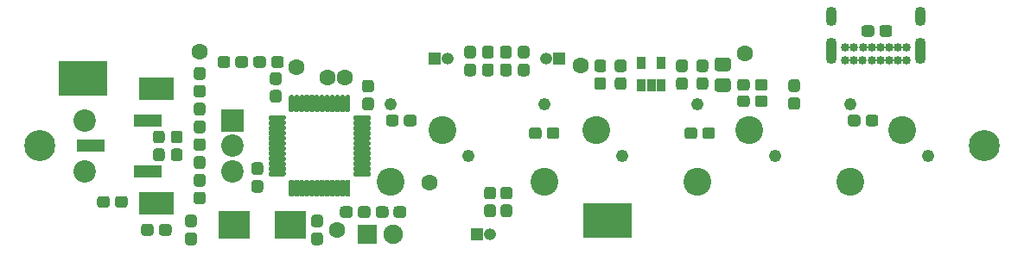
<source format=gbr>
%TF.GenerationSoftware,KiCad,Pcbnew,(5.1.6)-1*%
%TF.CreationDate,2021-06-16T19:52:11-04:00*%
%TF.ProjectId,QAZ_media,51415a5f-6d65-4646-9961-2e6b69636164,rev?*%
%TF.SameCoordinates,Original*%
%TF.FileFunction,Soldermask,Top*%
%TF.FilePolarity,Negative*%
%FSLAX46Y46*%
G04 Gerber Fmt 4.6, Leading zero omitted, Abs format (unit mm)*
G04 Created by KiCad (PCBNEW (5.1.6)-1) date 2021-06-16 19:52:11*
%MOMM*%
%LPD*%
G01*
G04 APERTURE LIST*
%ADD10C,3.044800*%
%ADD11C,2.740000*%
%ADD12C,1.216000*%
%ADD13O,1.900000X1.900000*%
%ADD14R,1.900000X1.900000*%
%ADD15C,1.600000*%
%ADD16R,3.100000X2.800000*%
%ADD17R,0.850000X1.260000*%
%ADD18R,4.800000X3.500000*%
%ADD19C,2.200000*%
%ADD20R,3.400000X2.200000*%
%ADD21R,2.200000X2.200000*%
%ADD22R,2.700000X1.200000*%
%ADD23O,1.200000X1.200000*%
%ADD24R,1.200000X1.200000*%
%ADD25C,0.850000*%
%ADD26O,1.100000X2.600000*%
%ADD27O,1.100000X1.900000*%
G04 APERTURE END LIST*
D10*
%TO.C,H2*%
X80100000Y-102500000D03*
%TD*%
%TO.C,H1*%
X172600000Y-102500000D03*
%TD*%
D11*
%TO.C,SW5*%
X129500000Y-106000000D03*
D12*
X129500000Y-98380000D03*
D11*
X134580000Y-100920000D03*
D12*
X137120000Y-103460000D03*
%TD*%
D13*
%TO.C,D4*%
X114740000Y-111200000D03*
D14*
X112200000Y-111200000D03*
%TD*%
D15*
%TO.C,TP10*%
X95750000Y-93250000D03*
%TD*%
%TO.C,SB2*%
G36*
G01*
X134712500Y-95750000D02*
X135287500Y-95750000D01*
G75*
G02*
X135575000Y-96037500I0J-287500D01*
G01*
X135575000Y-96712500D01*
G75*
G02*
X135287500Y-97000000I-287500J0D01*
G01*
X134712500Y-97000000D01*
G75*
G02*
X134425000Y-96712500I0J287500D01*
G01*
X134425000Y-96037500D01*
G75*
G02*
X134712500Y-95750000I287500J0D01*
G01*
G37*
G36*
G01*
X134712500Y-94000000D02*
X135287500Y-94000000D01*
G75*
G02*
X135575000Y-94287500I0J-287500D01*
G01*
X135575000Y-94962500D01*
G75*
G02*
X135287500Y-95250000I-287500J0D01*
G01*
X134712500Y-95250000D01*
G75*
G02*
X134425000Y-94962500I0J287500D01*
G01*
X134425000Y-94287500D01*
G75*
G02*
X134712500Y-94000000I287500J0D01*
G01*
G37*
%TD*%
D16*
%TO.C,Y1*%
X99100000Y-110250000D03*
X104600000Y-110250000D03*
%TD*%
%TO.C,U2*%
G36*
G01*
X104875000Y-107500000D02*
X104625000Y-107500000D01*
G75*
G02*
X104500000Y-107375000I0J125000D01*
G01*
X104500000Y-105950000D01*
G75*
G02*
X104625000Y-105825000I125000J0D01*
G01*
X104875000Y-105825000D01*
G75*
G02*
X105000000Y-105950000I0J-125000D01*
G01*
X105000000Y-107375000D01*
G75*
G02*
X104875000Y-107500000I-125000J0D01*
G01*
G37*
G36*
G01*
X105375000Y-107500000D02*
X105125000Y-107500000D01*
G75*
G02*
X105000000Y-107375000I0J125000D01*
G01*
X105000000Y-105950000D01*
G75*
G02*
X105125000Y-105825000I125000J0D01*
G01*
X105375000Y-105825000D01*
G75*
G02*
X105500000Y-105950000I0J-125000D01*
G01*
X105500000Y-107375000D01*
G75*
G02*
X105375000Y-107500000I-125000J0D01*
G01*
G37*
G36*
G01*
X105875000Y-107500000D02*
X105625000Y-107500000D01*
G75*
G02*
X105500000Y-107375000I0J125000D01*
G01*
X105500000Y-105950000D01*
G75*
G02*
X105625000Y-105825000I125000J0D01*
G01*
X105875000Y-105825000D01*
G75*
G02*
X106000000Y-105950000I0J-125000D01*
G01*
X106000000Y-107375000D01*
G75*
G02*
X105875000Y-107500000I-125000J0D01*
G01*
G37*
G36*
G01*
X106375000Y-107500000D02*
X106125000Y-107500000D01*
G75*
G02*
X106000000Y-107375000I0J125000D01*
G01*
X106000000Y-105950000D01*
G75*
G02*
X106125000Y-105825000I125000J0D01*
G01*
X106375000Y-105825000D01*
G75*
G02*
X106500000Y-105950000I0J-125000D01*
G01*
X106500000Y-107375000D01*
G75*
G02*
X106375000Y-107500000I-125000J0D01*
G01*
G37*
G36*
G01*
X106875000Y-107500000D02*
X106625000Y-107500000D01*
G75*
G02*
X106500000Y-107375000I0J125000D01*
G01*
X106500000Y-105950000D01*
G75*
G02*
X106625000Y-105825000I125000J0D01*
G01*
X106875000Y-105825000D01*
G75*
G02*
X107000000Y-105950000I0J-125000D01*
G01*
X107000000Y-107375000D01*
G75*
G02*
X106875000Y-107500000I-125000J0D01*
G01*
G37*
G36*
G01*
X107375000Y-107500000D02*
X107125000Y-107500000D01*
G75*
G02*
X107000000Y-107375000I0J125000D01*
G01*
X107000000Y-105950000D01*
G75*
G02*
X107125000Y-105825000I125000J0D01*
G01*
X107375000Y-105825000D01*
G75*
G02*
X107500000Y-105950000I0J-125000D01*
G01*
X107500000Y-107375000D01*
G75*
G02*
X107375000Y-107500000I-125000J0D01*
G01*
G37*
G36*
G01*
X107875000Y-107500000D02*
X107625000Y-107500000D01*
G75*
G02*
X107500000Y-107375000I0J125000D01*
G01*
X107500000Y-105950000D01*
G75*
G02*
X107625000Y-105825000I125000J0D01*
G01*
X107875000Y-105825000D01*
G75*
G02*
X108000000Y-105950000I0J-125000D01*
G01*
X108000000Y-107375000D01*
G75*
G02*
X107875000Y-107500000I-125000J0D01*
G01*
G37*
G36*
G01*
X108375000Y-107500000D02*
X108125000Y-107500000D01*
G75*
G02*
X108000000Y-107375000I0J125000D01*
G01*
X108000000Y-105950000D01*
G75*
G02*
X108125000Y-105825000I125000J0D01*
G01*
X108375000Y-105825000D01*
G75*
G02*
X108500000Y-105950000I0J-125000D01*
G01*
X108500000Y-107375000D01*
G75*
G02*
X108375000Y-107500000I-125000J0D01*
G01*
G37*
G36*
G01*
X108875000Y-107500000D02*
X108625000Y-107500000D01*
G75*
G02*
X108500000Y-107375000I0J125000D01*
G01*
X108500000Y-105950000D01*
G75*
G02*
X108625000Y-105825000I125000J0D01*
G01*
X108875000Y-105825000D01*
G75*
G02*
X109000000Y-105950000I0J-125000D01*
G01*
X109000000Y-107375000D01*
G75*
G02*
X108875000Y-107500000I-125000J0D01*
G01*
G37*
G36*
G01*
X109375000Y-107500000D02*
X109125000Y-107500000D01*
G75*
G02*
X109000000Y-107375000I0J125000D01*
G01*
X109000000Y-105950000D01*
G75*
G02*
X109125000Y-105825000I125000J0D01*
G01*
X109375000Y-105825000D01*
G75*
G02*
X109500000Y-105950000I0J-125000D01*
G01*
X109500000Y-107375000D01*
G75*
G02*
X109375000Y-107500000I-125000J0D01*
G01*
G37*
G36*
G01*
X109875000Y-107500000D02*
X109625000Y-107500000D01*
G75*
G02*
X109500000Y-107375000I0J125000D01*
G01*
X109500000Y-105950000D01*
G75*
G02*
X109625000Y-105825000I125000J0D01*
G01*
X109875000Y-105825000D01*
G75*
G02*
X110000000Y-105950000I0J-125000D01*
G01*
X110000000Y-107375000D01*
G75*
G02*
X109875000Y-107500000I-125000J0D01*
G01*
G37*
G36*
G01*
X110375000Y-107500000D02*
X110125000Y-107500000D01*
G75*
G02*
X110000000Y-107375000I0J125000D01*
G01*
X110000000Y-105950000D01*
G75*
G02*
X110125000Y-105825000I125000J0D01*
G01*
X110375000Y-105825000D01*
G75*
G02*
X110500000Y-105950000I0J-125000D01*
G01*
X110500000Y-107375000D01*
G75*
G02*
X110375000Y-107500000I-125000J0D01*
G01*
G37*
G36*
G01*
X112375000Y-105500000D02*
X110950000Y-105500000D01*
G75*
G02*
X110825000Y-105375000I0J125000D01*
G01*
X110825000Y-105125000D01*
G75*
G02*
X110950000Y-105000000I125000J0D01*
G01*
X112375000Y-105000000D01*
G75*
G02*
X112500000Y-105125000I0J-125000D01*
G01*
X112500000Y-105375000D01*
G75*
G02*
X112375000Y-105500000I-125000J0D01*
G01*
G37*
G36*
G01*
X112375000Y-105000000D02*
X110950000Y-105000000D01*
G75*
G02*
X110825000Y-104875000I0J125000D01*
G01*
X110825000Y-104625000D01*
G75*
G02*
X110950000Y-104500000I125000J0D01*
G01*
X112375000Y-104500000D01*
G75*
G02*
X112500000Y-104625000I0J-125000D01*
G01*
X112500000Y-104875000D01*
G75*
G02*
X112375000Y-105000000I-125000J0D01*
G01*
G37*
G36*
G01*
X112375000Y-104500000D02*
X110950000Y-104500000D01*
G75*
G02*
X110825000Y-104375000I0J125000D01*
G01*
X110825000Y-104125000D01*
G75*
G02*
X110950000Y-104000000I125000J0D01*
G01*
X112375000Y-104000000D01*
G75*
G02*
X112500000Y-104125000I0J-125000D01*
G01*
X112500000Y-104375000D01*
G75*
G02*
X112375000Y-104500000I-125000J0D01*
G01*
G37*
G36*
G01*
X112375000Y-104000000D02*
X110950000Y-104000000D01*
G75*
G02*
X110825000Y-103875000I0J125000D01*
G01*
X110825000Y-103625000D01*
G75*
G02*
X110950000Y-103500000I125000J0D01*
G01*
X112375000Y-103500000D01*
G75*
G02*
X112500000Y-103625000I0J-125000D01*
G01*
X112500000Y-103875000D01*
G75*
G02*
X112375000Y-104000000I-125000J0D01*
G01*
G37*
G36*
G01*
X112375000Y-103500000D02*
X110950000Y-103500000D01*
G75*
G02*
X110825000Y-103375000I0J125000D01*
G01*
X110825000Y-103125000D01*
G75*
G02*
X110950000Y-103000000I125000J0D01*
G01*
X112375000Y-103000000D01*
G75*
G02*
X112500000Y-103125000I0J-125000D01*
G01*
X112500000Y-103375000D01*
G75*
G02*
X112375000Y-103500000I-125000J0D01*
G01*
G37*
G36*
G01*
X112375000Y-103000000D02*
X110950000Y-103000000D01*
G75*
G02*
X110825000Y-102875000I0J125000D01*
G01*
X110825000Y-102625000D01*
G75*
G02*
X110950000Y-102500000I125000J0D01*
G01*
X112375000Y-102500000D01*
G75*
G02*
X112500000Y-102625000I0J-125000D01*
G01*
X112500000Y-102875000D01*
G75*
G02*
X112375000Y-103000000I-125000J0D01*
G01*
G37*
G36*
G01*
X112375000Y-102500000D02*
X110950000Y-102500000D01*
G75*
G02*
X110825000Y-102375000I0J125000D01*
G01*
X110825000Y-102125000D01*
G75*
G02*
X110950000Y-102000000I125000J0D01*
G01*
X112375000Y-102000000D01*
G75*
G02*
X112500000Y-102125000I0J-125000D01*
G01*
X112500000Y-102375000D01*
G75*
G02*
X112375000Y-102500000I-125000J0D01*
G01*
G37*
G36*
G01*
X112375000Y-102000000D02*
X110950000Y-102000000D01*
G75*
G02*
X110825000Y-101875000I0J125000D01*
G01*
X110825000Y-101625000D01*
G75*
G02*
X110950000Y-101500000I125000J0D01*
G01*
X112375000Y-101500000D01*
G75*
G02*
X112500000Y-101625000I0J-125000D01*
G01*
X112500000Y-101875000D01*
G75*
G02*
X112375000Y-102000000I-125000J0D01*
G01*
G37*
G36*
G01*
X112375000Y-101500000D02*
X110950000Y-101500000D01*
G75*
G02*
X110825000Y-101375000I0J125000D01*
G01*
X110825000Y-101125000D01*
G75*
G02*
X110950000Y-101000000I125000J0D01*
G01*
X112375000Y-101000000D01*
G75*
G02*
X112500000Y-101125000I0J-125000D01*
G01*
X112500000Y-101375000D01*
G75*
G02*
X112375000Y-101500000I-125000J0D01*
G01*
G37*
G36*
G01*
X112375000Y-101000000D02*
X110950000Y-101000000D01*
G75*
G02*
X110825000Y-100875000I0J125000D01*
G01*
X110825000Y-100625000D01*
G75*
G02*
X110950000Y-100500000I125000J0D01*
G01*
X112375000Y-100500000D01*
G75*
G02*
X112500000Y-100625000I0J-125000D01*
G01*
X112500000Y-100875000D01*
G75*
G02*
X112375000Y-101000000I-125000J0D01*
G01*
G37*
G36*
G01*
X112375000Y-100500000D02*
X110950000Y-100500000D01*
G75*
G02*
X110825000Y-100375000I0J125000D01*
G01*
X110825000Y-100125000D01*
G75*
G02*
X110950000Y-100000000I125000J0D01*
G01*
X112375000Y-100000000D01*
G75*
G02*
X112500000Y-100125000I0J-125000D01*
G01*
X112500000Y-100375000D01*
G75*
G02*
X112375000Y-100500000I-125000J0D01*
G01*
G37*
G36*
G01*
X112375000Y-100000000D02*
X110950000Y-100000000D01*
G75*
G02*
X110825000Y-99875000I0J125000D01*
G01*
X110825000Y-99625000D01*
G75*
G02*
X110950000Y-99500000I125000J0D01*
G01*
X112375000Y-99500000D01*
G75*
G02*
X112500000Y-99625000I0J-125000D01*
G01*
X112500000Y-99875000D01*
G75*
G02*
X112375000Y-100000000I-125000J0D01*
G01*
G37*
G36*
G01*
X110375000Y-99175000D02*
X110125000Y-99175000D01*
G75*
G02*
X110000000Y-99050000I0J125000D01*
G01*
X110000000Y-97625000D01*
G75*
G02*
X110125000Y-97500000I125000J0D01*
G01*
X110375000Y-97500000D01*
G75*
G02*
X110500000Y-97625000I0J-125000D01*
G01*
X110500000Y-99050000D01*
G75*
G02*
X110375000Y-99175000I-125000J0D01*
G01*
G37*
G36*
G01*
X109875000Y-99175000D02*
X109625000Y-99175000D01*
G75*
G02*
X109500000Y-99050000I0J125000D01*
G01*
X109500000Y-97625000D01*
G75*
G02*
X109625000Y-97500000I125000J0D01*
G01*
X109875000Y-97500000D01*
G75*
G02*
X110000000Y-97625000I0J-125000D01*
G01*
X110000000Y-99050000D01*
G75*
G02*
X109875000Y-99175000I-125000J0D01*
G01*
G37*
G36*
G01*
X109375000Y-99175000D02*
X109125000Y-99175000D01*
G75*
G02*
X109000000Y-99050000I0J125000D01*
G01*
X109000000Y-97625000D01*
G75*
G02*
X109125000Y-97500000I125000J0D01*
G01*
X109375000Y-97500000D01*
G75*
G02*
X109500000Y-97625000I0J-125000D01*
G01*
X109500000Y-99050000D01*
G75*
G02*
X109375000Y-99175000I-125000J0D01*
G01*
G37*
G36*
G01*
X108875000Y-99175000D02*
X108625000Y-99175000D01*
G75*
G02*
X108500000Y-99050000I0J125000D01*
G01*
X108500000Y-97625000D01*
G75*
G02*
X108625000Y-97500000I125000J0D01*
G01*
X108875000Y-97500000D01*
G75*
G02*
X109000000Y-97625000I0J-125000D01*
G01*
X109000000Y-99050000D01*
G75*
G02*
X108875000Y-99175000I-125000J0D01*
G01*
G37*
G36*
G01*
X108375000Y-99175000D02*
X108125000Y-99175000D01*
G75*
G02*
X108000000Y-99050000I0J125000D01*
G01*
X108000000Y-97625000D01*
G75*
G02*
X108125000Y-97500000I125000J0D01*
G01*
X108375000Y-97500000D01*
G75*
G02*
X108500000Y-97625000I0J-125000D01*
G01*
X108500000Y-99050000D01*
G75*
G02*
X108375000Y-99175000I-125000J0D01*
G01*
G37*
G36*
G01*
X107875000Y-99175000D02*
X107625000Y-99175000D01*
G75*
G02*
X107500000Y-99050000I0J125000D01*
G01*
X107500000Y-97625000D01*
G75*
G02*
X107625000Y-97500000I125000J0D01*
G01*
X107875000Y-97500000D01*
G75*
G02*
X108000000Y-97625000I0J-125000D01*
G01*
X108000000Y-99050000D01*
G75*
G02*
X107875000Y-99175000I-125000J0D01*
G01*
G37*
G36*
G01*
X107375000Y-99175000D02*
X107125000Y-99175000D01*
G75*
G02*
X107000000Y-99050000I0J125000D01*
G01*
X107000000Y-97625000D01*
G75*
G02*
X107125000Y-97500000I125000J0D01*
G01*
X107375000Y-97500000D01*
G75*
G02*
X107500000Y-97625000I0J-125000D01*
G01*
X107500000Y-99050000D01*
G75*
G02*
X107375000Y-99175000I-125000J0D01*
G01*
G37*
G36*
G01*
X106875000Y-99175000D02*
X106625000Y-99175000D01*
G75*
G02*
X106500000Y-99050000I0J125000D01*
G01*
X106500000Y-97625000D01*
G75*
G02*
X106625000Y-97500000I125000J0D01*
G01*
X106875000Y-97500000D01*
G75*
G02*
X107000000Y-97625000I0J-125000D01*
G01*
X107000000Y-99050000D01*
G75*
G02*
X106875000Y-99175000I-125000J0D01*
G01*
G37*
G36*
G01*
X106375000Y-99175000D02*
X106125000Y-99175000D01*
G75*
G02*
X106000000Y-99050000I0J125000D01*
G01*
X106000000Y-97625000D01*
G75*
G02*
X106125000Y-97500000I125000J0D01*
G01*
X106375000Y-97500000D01*
G75*
G02*
X106500000Y-97625000I0J-125000D01*
G01*
X106500000Y-99050000D01*
G75*
G02*
X106375000Y-99175000I-125000J0D01*
G01*
G37*
G36*
G01*
X105875000Y-99175000D02*
X105625000Y-99175000D01*
G75*
G02*
X105500000Y-99050000I0J125000D01*
G01*
X105500000Y-97625000D01*
G75*
G02*
X105625000Y-97500000I125000J0D01*
G01*
X105875000Y-97500000D01*
G75*
G02*
X106000000Y-97625000I0J-125000D01*
G01*
X106000000Y-99050000D01*
G75*
G02*
X105875000Y-99175000I-125000J0D01*
G01*
G37*
G36*
G01*
X105375000Y-99175000D02*
X105125000Y-99175000D01*
G75*
G02*
X105000000Y-99050000I0J125000D01*
G01*
X105000000Y-97625000D01*
G75*
G02*
X105125000Y-97500000I125000J0D01*
G01*
X105375000Y-97500000D01*
G75*
G02*
X105500000Y-97625000I0J-125000D01*
G01*
X105500000Y-99050000D01*
G75*
G02*
X105375000Y-99175000I-125000J0D01*
G01*
G37*
G36*
G01*
X104875000Y-99175000D02*
X104625000Y-99175000D01*
G75*
G02*
X104500000Y-99050000I0J125000D01*
G01*
X104500000Y-97625000D01*
G75*
G02*
X104625000Y-97500000I125000J0D01*
G01*
X104875000Y-97500000D01*
G75*
G02*
X105000000Y-97625000I0J-125000D01*
G01*
X105000000Y-99050000D01*
G75*
G02*
X104875000Y-99175000I-125000J0D01*
G01*
G37*
G36*
G01*
X104050000Y-100000000D02*
X102625000Y-100000000D01*
G75*
G02*
X102500000Y-99875000I0J125000D01*
G01*
X102500000Y-99625000D01*
G75*
G02*
X102625000Y-99500000I125000J0D01*
G01*
X104050000Y-99500000D01*
G75*
G02*
X104175000Y-99625000I0J-125000D01*
G01*
X104175000Y-99875000D01*
G75*
G02*
X104050000Y-100000000I-125000J0D01*
G01*
G37*
G36*
G01*
X104050000Y-100500000D02*
X102625000Y-100500000D01*
G75*
G02*
X102500000Y-100375000I0J125000D01*
G01*
X102500000Y-100125000D01*
G75*
G02*
X102625000Y-100000000I125000J0D01*
G01*
X104050000Y-100000000D01*
G75*
G02*
X104175000Y-100125000I0J-125000D01*
G01*
X104175000Y-100375000D01*
G75*
G02*
X104050000Y-100500000I-125000J0D01*
G01*
G37*
G36*
G01*
X104050000Y-101000000D02*
X102625000Y-101000000D01*
G75*
G02*
X102500000Y-100875000I0J125000D01*
G01*
X102500000Y-100625000D01*
G75*
G02*
X102625000Y-100500000I125000J0D01*
G01*
X104050000Y-100500000D01*
G75*
G02*
X104175000Y-100625000I0J-125000D01*
G01*
X104175000Y-100875000D01*
G75*
G02*
X104050000Y-101000000I-125000J0D01*
G01*
G37*
G36*
G01*
X104050000Y-101500000D02*
X102625000Y-101500000D01*
G75*
G02*
X102500000Y-101375000I0J125000D01*
G01*
X102500000Y-101125000D01*
G75*
G02*
X102625000Y-101000000I125000J0D01*
G01*
X104050000Y-101000000D01*
G75*
G02*
X104175000Y-101125000I0J-125000D01*
G01*
X104175000Y-101375000D01*
G75*
G02*
X104050000Y-101500000I-125000J0D01*
G01*
G37*
G36*
G01*
X104050000Y-102000000D02*
X102625000Y-102000000D01*
G75*
G02*
X102500000Y-101875000I0J125000D01*
G01*
X102500000Y-101625000D01*
G75*
G02*
X102625000Y-101500000I125000J0D01*
G01*
X104050000Y-101500000D01*
G75*
G02*
X104175000Y-101625000I0J-125000D01*
G01*
X104175000Y-101875000D01*
G75*
G02*
X104050000Y-102000000I-125000J0D01*
G01*
G37*
G36*
G01*
X104050000Y-102500000D02*
X102625000Y-102500000D01*
G75*
G02*
X102500000Y-102375000I0J125000D01*
G01*
X102500000Y-102125000D01*
G75*
G02*
X102625000Y-102000000I125000J0D01*
G01*
X104050000Y-102000000D01*
G75*
G02*
X104175000Y-102125000I0J-125000D01*
G01*
X104175000Y-102375000D01*
G75*
G02*
X104050000Y-102500000I-125000J0D01*
G01*
G37*
G36*
G01*
X104050000Y-103000000D02*
X102625000Y-103000000D01*
G75*
G02*
X102500000Y-102875000I0J125000D01*
G01*
X102500000Y-102625000D01*
G75*
G02*
X102625000Y-102500000I125000J0D01*
G01*
X104050000Y-102500000D01*
G75*
G02*
X104175000Y-102625000I0J-125000D01*
G01*
X104175000Y-102875000D01*
G75*
G02*
X104050000Y-103000000I-125000J0D01*
G01*
G37*
G36*
G01*
X104050000Y-103500000D02*
X102625000Y-103500000D01*
G75*
G02*
X102500000Y-103375000I0J125000D01*
G01*
X102500000Y-103125000D01*
G75*
G02*
X102625000Y-103000000I125000J0D01*
G01*
X104050000Y-103000000D01*
G75*
G02*
X104175000Y-103125000I0J-125000D01*
G01*
X104175000Y-103375000D01*
G75*
G02*
X104050000Y-103500000I-125000J0D01*
G01*
G37*
G36*
G01*
X104050000Y-104000000D02*
X102625000Y-104000000D01*
G75*
G02*
X102500000Y-103875000I0J125000D01*
G01*
X102500000Y-103625000D01*
G75*
G02*
X102625000Y-103500000I125000J0D01*
G01*
X104050000Y-103500000D01*
G75*
G02*
X104175000Y-103625000I0J-125000D01*
G01*
X104175000Y-103875000D01*
G75*
G02*
X104050000Y-104000000I-125000J0D01*
G01*
G37*
G36*
G01*
X104050000Y-104500000D02*
X102625000Y-104500000D01*
G75*
G02*
X102500000Y-104375000I0J125000D01*
G01*
X102500000Y-104125000D01*
G75*
G02*
X102625000Y-104000000I125000J0D01*
G01*
X104050000Y-104000000D01*
G75*
G02*
X104175000Y-104125000I0J-125000D01*
G01*
X104175000Y-104375000D01*
G75*
G02*
X104050000Y-104500000I-125000J0D01*
G01*
G37*
G36*
G01*
X104050000Y-105000000D02*
X102625000Y-105000000D01*
G75*
G02*
X102500000Y-104875000I0J125000D01*
G01*
X102500000Y-104625000D01*
G75*
G02*
X102625000Y-104500000I125000J0D01*
G01*
X104050000Y-104500000D01*
G75*
G02*
X104175000Y-104625000I0J-125000D01*
G01*
X104175000Y-104875000D01*
G75*
G02*
X104050000Y-105000000I-125000J0D01*
G01*
G37*
G36*
G01*
X104050000Y-105500000D02*
X102625000Y-105500000D01*
G75*
G02*
X102500000Y-105375000I0J125000D01*
G01*
X102500000Y-105125000D01*
G75*
G02*
X102625000Y-105000000I125000J0D01*
G01*
X104050000Y-105000000D01*
G75*
G02*
X104175000Y-105125000I0J-125000D01*
G01*
X104175000Y-105375000D01*
G75*
G02*
X104050000Y-105500000I-125000J0D01*
G01*
G37*
%TD*%
D17*
%TO.C,U1*%
X139050000Y-94300000D03*
X140950000Y-94300000D03*
X140950000Y-96500000D03*
X140000000Y-96500000D03*
X139050000Y-96500000D03*
%TD*%
D15*
%TO.C,TP9*%
X105250000Y-94750000D03*
%TD*%
%TO.C,TP8*%
X108250000Y-95750000D03*
%TD*%
%TO.C,TP7*%
X110000000Y-95750000D03*
%TD*%
%TO.C,TP6*%
X109250000Y-110750000D03*
%TD*%
%TO.C,TP5*%
X133100000Y-94600000D03*
%TD*%
%TO.C,TP4*%
X118300000Y-106100000D03*
%TD*%
D18*
%TO.C,TP3*%
X84300000Y-95900000D03*
%TD*%
%TO.C,TP2*%
X135700000Y-109800000D03*
%TD*%
D15*
%TO.C,TP1*%
X149200000Y-93400000D03*
%TD*%
D11*
%TO.C,SW6*%
X114500000Y-106000000D03*
D12*
X114500000Y-98380000D03*
D11*
X119580000Y-100920000D03*
D12*
X122120000Y-103460000D03*
%TD*%
D19*
%TO.C,SW4*%
X84500000Y-105000000D03*
X84500000Y-100000000D03*
D20*
X91500000Y-108100000D03*
X91500000Y-96900000D03*
D19*
X99000000Y-105000000D03*
X99000000Y-102500000D03*
D21*
X99000000Y-100000000D03*
%TD*%
D11*
%TO.C,SW3*%
X144500000Y-106000000D03*
D12*
X144500000Y-98380000D03*
D11*
X149580000Y-100920000D03*
D12*
X152120000Y-103460000D03*
%TD*%
D11*
%TO.C,SW2*%
X159500000Y-106000000D03*
D12*
X159500000Y-98380000D03*
D11*
X164580000Y-100920000D03*
D12*
X167120000Y-103460000D03*
%TD*%
D22*
%TO.C,SW1*%
X85100000Y-102500000D03*
X90700000Y-100000000D03*
X90700000Y-105000000D03*
%TD*%
%TO.C,SB4*%
G36*
G01*
X149650000Y-97812500D02*
X149650000Y-98387500D01*
G75*
G02*
X149362500Y-98675000I-287500J0D01*
G01*
X148687500Y-98675000D01*
G75*
G02*
X148400000Y-98387500I0J287500D01*
G01*
X148400000Y-97812500D01*
G75*
G02*
X148687500Y-97525000I287500J0D01*
G01*
X149362500Y-97525000D01*
G75*
G02*
X149650000Y-97812500I0J-287500D01*
G01*
G37*
G36*
G01*
X151400000Y-97812500D02*
X151400000Y-98387500D01*
G75*
G02*
X151112500Y-98675000I-287500J0D01*
G01*
X150437500Y-98675000D01*
G75*
G02*
X150150000Y-98387500I0J287500D01*
G01*
X150150000Y-97812500D01*
G75*
G02*
X150437500Y-97525000I287500J0D01*
G01*
X151112500Y-97525000D01*
G75*
G02*
X151400000Y-97812500I0J-287500D01*
G01*
G37*
%TD*%
%TO.C,SB3*%
G36*
G01*
X149650000Y-96212500D02*
X149650000Y-96787500D01*
G75*
G02*
X149362500Y-97075000I-287500J0D01*
G01*
X148687500Y-97075000D01*
G75*
G02*
X148400000Y-96787500I0J287500D01*
G01*
X148400000Y-96212500D01*
G75*
G02*
X148687500Y-95925000I287500J0D01*
G01*
X149362500Y-95925000D01*
G75*
G02*
X149650000Y-96212500I0J-287500D01*
G01*
G37*
G36*
G01*
X151400000Y-96212500D02*
X151400000Y-96787500D01*
G75*
G02*
X151112500Y-97075000I-287500J0D01*
G01*
X150437500Y-97075000D01*
G75*
G02*
X150150000Y-96787500I0J287500D01*
G01*
X150150000Y-96212500D01*
G75*
G02*
X150437500Y-95925000I287500J0D01*
G01*
X151112500Y-95925000D01*
G75*
G02*
X151400000Y-96212500I0J-287500D01*
G01*
G37*
%TD*%
%TO.C,SB1*%
G36*
G01*
X142712500Y-95750000D02*
X143287500Y-95750000D01*
G75*
G02*
X143575000Y-96037500I0J-287500D01*
G01*
X143575000Y-96712500D01*
G75*
G02*
X143287500Y-97000000I-287500J0D01*
G01*
X142712500Y-97000000D01*
G75*
G02*
X142425000Y-96712500I0J287500D01*
G01*
X142425000Y-96037500D01*
G75*
G02*
X142712500Y-95750000I287500J0D01*
G01*
G37*
G36*
G01*
X142712500Y-94000000D02*
X143287500Y-94000000D01*
G75*
G02*
X143575000Y-94287500I0J-287500D01*
G01*
X143575000Y-94962500D01*
G75*
G02*
X143287500Y-95250000I-287500J0D01*
G01*
X142712500Y-95250000D01*
G75*
G02*
X142425000Y-94962500I0J287500D01*
G01*
X142425000Y-94287500D01*
G75*
G02*
X142712500Y-94000000I287500J0D01*
G01*
G37*
%TD*%
%TO.C,R18*%
G36*
G01*
X115250000Y-99712500D02*
X115250000Y-100287500D01*
G75*
G02*
X114962500Y-100575000I-287500J0D01*
G01*
X114287500Y-100575000D01*
G75*
G02*
X114000000Y-100287500I0J287500D01*
G01*
X114000000Y-99712500D01*
G75*
G02*
X114287500Y-99425000I287500J0D01*
G01*
X114962500Y-99425000D01*
G75*
G02*
X115250000Y-99712500I0J-287500D01*
G01*
G37*
G36*
G01*
X117000000Y-99712500D02*
X117000000Y-100287500D01*
G75*
G02*
X116712500Y-100575000I-287500J0D01*
G01*
X116037500Y-100575000D01*
G75*
G02*
X115750000Y-100287500I0J287500D01*
G01*
X115750000Y-99712500D01*
G75*
G02*
X116037500Y-99425000I287500J0D01*
G01*
X116712500Y-99425000D01*
G75*
G02*
X117000000Y-99712500I0J-287500D01*
G01*
G37*
%TD*%
%TO.C,R17*%
G36*
G01*
X86950000Y-107712500D02*
X86950000Y-108287500D01*
G75*
G02*
X86662500Y-108575000I-287500J0D01*
G01*
X85987500Y-108575000D01*
G75*
G02*
X85700000Y-108287500I0J287500D01*
G01*
X85700000Y-107712500D01*
G75*
G02*
X85987500Y-107425000I287500J0D01*
G01*
X86662500Y-107425000D01*
G75*
G02*
X86950000Y-107712500I0J-287500D01*
G01*
G37*
G36*
G01*
X88700000Y-107712500D02*
X88700000Y-108287500D01*
G75*
G02*
X88412500Y-108575000I-287500J0D01*
G01*
X87737500Y-108575000D01*
G75*
G02*
X87450000Y-108287500I0J287500D01*
G01*
X87450000Y-107712500D01*
G75*
G02*
X87737500Y-107425000I287500J0D01*
G01*
X88412500Y-107425000D01*
G75*
G02*
X88700000Y-107712500I0J-287500D01*
G01*
G37*
%TD*%
%TO.C,R16*%
G36*
G01*
X162350000Y-91487500D02*
X162350000Y-90912500D01*
G75*
G02*
X162637500Y-90625000I287500J0D01*
G01*
X163312500Y-90625000D01*
G75*
G02*
X163600000Y-90912500I0J-287500D01*
G01*
X163600000Y-91487500D01*
G75*
G02*
X163312500Y-91775000I-287500J0D01*
G01*
X162637500Y-91775000D01*
G75*
G02*
X162350000Y-91487500I0J287500D01*
G01*
G37*
G36*
G01*
X160600000Y-91487500D02*
X160600000Y-90912500D01*
G75*
G02*
X160887500Y-90625000I287500J0D01*
G01*
X161562500Y-90625000D01*
G75*
G02*
X161850000Y-90912500I0J-287500D01*
G01*
X161850000Y-91487500D01*
G75*
G02*
X161562500Y-91775000I-287500J0D01*
G01*
X160887500Y-91775000D01*
G75*
G02*
X160600000Y-91487500I0J287500D01*
G01*
G37*
%TD*%
%TO.C,R15*%
G36*
G01*
X129250000Y-100962500D02*
X129250000Y-101537500D01*
G75*
G02*
X128962500Y-101825000I-287500J0D01*
G01*
X128287500Y-101825000D01*
G75*
G02*
X128000000Y-101537500I0J287500D01*
G01*
X128000000Y-100962500D01*
G75*
G02*
X128287500Y-100675000I287500J0D01*
G01*
X128962500Y-100675000D01*
G75*
G02*
X129250000Y-100962500I0J-287500D01*
G01*
G37*
G36*
G01*
X131000000Y-100962500D02*
X131000000Y-101537500D01*
G75*
G02*
X130712500Y-101825000I-287500J0D01*
G01*
X130037500Y-101825000D01*
G75*
G02*
X129750000Y-101537500I0J287500D01*
G01*
X129750000Y-100962500D01*
G75*
G02*
X130037500Y-100675000I287500J0D01*
G01*
X130712500Y-100675000D01*
G75*
G02*
X131000000Y-100962500I0J-287500D01*
G01*
G37*
%TD*%
%TO.C,R14*%
G36*
G01*
X96037500Y-106500000D02*
X95462500Y-106500000D01*
G75*
G02*
X95175000Y-106212500I0J287500D01*
G01*
X95175000Y-105537500D01*
G75*
G02*
X95462500Y-105250000I287500J0D01*
G01*
X96037500Y-105250000D01*
G75*
G02*
X96325000Y-105537500I0J-287500D01*
G01*
X96325000Y-106212500D01*
G75*
G02*
X96037500Y-106500000I-287500J0D01*
G01*
G37*
G36*
G01*
X96037500Y-108250000D02*
X95462500Y-108250000D01*
G75*
G02*
X95175000Y-107962500I0J287500D01*
G01*
X95175000Y-107287500D01*
G75*
G02*
X95462500Y-107000000I287500J0D01*
G01*
X96037500Y-107000000D01*
G75*
G02*
X96325000Y-107287500I0J-287500D01*
G01*
X96325000Y-107962500D01*
G75*
G02*
X96037500Y-108250000I-287500J0D01*
G01*
G37*
%TD*%
%TO.C,R13*%
G36*
G01*
X144500000Y-100962500D02*
X144500000Y-101537500D01*
G75*
G02*
X144212500Y-101825000I-287500J0D01*
G01*
X143537500Y-101825000D01*
G75*
G02*
X143250000Y-101537500I0J287500D01*
G01*
X143250000Y-100962500D01*
G75*
G02*
X143537500Y-100675000I287500J0D01*
G01*
X144212500Y-100675000D01*
G75*
G02*
X144500000Y-100962500I0J-287500D01*
G01*
G37*
G36*
G01*
X146250000Y-100962500D02*
X146250000Y-101537500D01*
G75*
G02*
X145962500Y-101825000I-287500J0D01*
G01*
X145287500Y-101825000D01*
G75*
G02*
X145000000Y-101537500I0J287500D01*
G01*
X145000000Y-100962500D01*
G75*
G02*
X145287500Y-100675000I287500J0D01*
G01*
X145962500Y-100675000D01*
G75*
G02*
X146250000Y-100962500I0J-287500D01*
G01*
G37*
%TD*%
%TO.C,R12*%
G36*
G01*
X95462500Y-103500000D02*
X96037500Y-103500000D01*
G75*
G02*
X96325000Y-103787500I0J-287500D01*
G01*
X96325000Y-104462500D01*
G75*
G02*
X96037500Y-104750000I-287500J0D01*
G01*
X95462500Y-104750000D01*
G75*
G02*
X95175000Y-104462500I0J287500D01*
G01*
X95175000Y-103787500D01*
G75*
G02*
X95462500Y-103500000I287500J0D01*
G01*
G37*
G36*
G01*
X95462500Y-101750000D02*
X96037500Y-101750000D01*
G75*
G02*
X96325000Y-102037500I0J-287500D01*
G01*
X96325000Y-102712500D01*
G75*
G02*
X96037500Y-103000000I-287500J0D01*
G01*
X95462500Y-103000000D01*
G75*
G02*
X95175000Y-102712500I0J287500D01*
G01*
X95175000Y-102037500D01*
G75*
G02*
X95462500Y-101750000I287500J0D01*
G01*
G37*
%TD*%
%TO.C,R11*%
G36*
G01*
X91462500Y-102750000D02*
X92037500Y-102750000D01*
G75*
G02*
X92325000Y-103037500I0J-287500D01*
G01*
X92325000Y-103712500D01*
G75*
G02*
X92037500Y-104000000I-287500J0D01*
G01*
X91462500Y-104000000D01*
G75*
G02*
X91175000Y-103712500I0J287500D01*
G01*
X91175000Y-103037500D01*
G75*
G02*
X91462500Y-102750000I287500J0D01*
G01*
G37*
G36*
G01*
X91462500Y-101000000D02*
X92037500Y-101000000D01*
G75*
G02*
X92325000Y-101287500I0J-287500D01*
G01*
X92325000Y-101962500D01*
G75*
G02*
X92037500Y-102250000I-287500J0D01*
G01*
X91462500Y-102250000D01*
G75*
G02*
X91175000Y-101962500I0J287500D01*
G01*
X91175000Y-101287500D01*
G75*
G02*
X91462500Y-101000000I287500J0D01*
G01*
G37*
%TD*%
%TO.C,R10*%
G36*
G01*
X93212500Y-102750000D02*
X93787500Y-102750000D01*
G75*
G02*
X94075000Y-103037500I0J-287500D01*
G01*
X94075000Y-103712500D01*
G75*
G02*
X93787500Y-104000000I-287500J0D01*
G01*
X93212500Y-104000000D01*
G75*
G02*
X92925000Y-103712500I0J287500D01*
G01*
X92925000Y-103037500D01*
G75*
G02*
X93212500Y-102750000I287500J0D01*
G01*
G37*
G36*
G01*
X93212500Y-101000000D02*
X93787500Y-101000000D01*
G75*
G02*
X94075000Y-101287500I0J-287500D01*
G01*
X94075000Y-101962500D01*
G75*
G02*
X93787500Y-102250000I-287500J0D01*
G01*
X93212500Y-102250000D01*
G75*
G02*
X92925000Y-101962500I0J287500D01*
G01*
X92925000Y-101287500D01*
G75*
G02*
X93212500Y-101000000I287500J0D01*
G01*
G37*
%TD*%
%TO.C,R9*%
G36*
G01*
X153712500Y-97700000D02*
X154287500Y-97700000D01*
G75*
G02*
X154575000Y-97987500I0J-287500D01*
G01*
X154575000Y-98662500D01*
G75*
G02*
X154287500Y-98950000I-287500J0D01*
G01*
X153712500Y-98950000D01*
G75*
G02*
X153425000Y-98662500I0J287500D01*
G01*
X153425000Y-97987500D01*
G75*
G02*
X153712500Y-97700000I287500J0D01*
G01*
G37*
G36*
G01*
X153712500Y-95950000D02*
X154287500Y-95950000D01*
G75*
G02*
X154575000Y-96237500I0J-287500D01*
G01*
X154575000Y-96912500D01*
G75*
G02*
X154287500Y-97200000I-287500J0D01*
G01*
X153712500Y-97200000D01*
G75*
G02*
X153425000Y-96912500I0J287500D01*
G01*
X153425000Y-96237500D01*
G75*
G02*
X153712500Y-95950000I287500J0D01*
G01*
G37*
%TD*%
%TO.C,R8*%
G36*
G01*
X161000000Y-100287500D02*
X161000000Y-99712500D01*
G75*
G02*
X161287500Y-99425000I287500J0D01*
G01*
X161962500Y-99425000D01*
G75*
G02*
X162250000Y-99712500I0J-287500D01*
G01*
X162250000Y-100287500D01*
G75*
G02*
X161962500Y-100575000I-287500J0D01*
G01*
X161287500Y-100575000D01*
G75*
G02*
X161000000Y-100287500I0J287500D01*
G01*
G37*
G36*
G01*
X159250000Y-100287500D02*
X159250000Y-99712500D01*
G75*
G02*
X159537500Y-99425000I287500J0D01*
G01*
X160212500Y-99425000D01*
G75*
G02*
X160500000Y-99712500I0J-287500D01*
G01*
X160500000Y-100287500D01*
G75*
G02*
X160212500Y-100575000I-287500J0D01*
G01*
X159537500Y-100575000D01*
G75*
G02*
X159250000Y-100287500I0J287500D01*
G01*
G37*
%TD*%
%TO.C,R7*%
G36*
G01*
X99250000Y-94537500D02*
X99250000Y-93962500D01*
G75*
G02*
X99537500Y-93675000I287500J0D01*
G01*
X100212500Y-93675000D01*
G75*
G02*
X100500000Y-93962500I0J-287500D01*
G01*
X100500000Y-94537500D01*
G75*
G02*
X100212500Y-94825000I-287500J0D01*
G01*
X99537500Y-94825000D01*
G75*
G02*
X99250000Y-94537500I0J287500D01*
G01*
G37*
G36*
G01*
X97500000Y-94537500D02*
X97500000Y-93962500D01*
G75*
G02*
X97787500Y-93675000I287500J0D01*
G01*
X98462500Y-93675000D01*
G75*
G02*
X98750000Y-93962500I0J-287500D01*
G01*
X98750000Y-94537500D01*
G75*
G02*
X98462500Y-94825000I-287500J0D01*
G01*
X97787500Y-94825000D01*
G75*
G02*
X97500000Y-94537500I0J287500D01*
G01*
G37*
%TD*%
%TO.C,R6*%
G36*
G01*
X102750000Y-94537500D02*
X102750000Y-93962500D01*
G75*
G02*
X103037500Y-93675000I287500J0D01*
G01*
X103712500Y-93675000D01*
G75*
G02*
X104000000Y-93962500I0J-287500D01*
G01*
X104000000Y-94537500D01*
G75*
G02*
X103712500Y-94825000I-287500J0D01*
G01*
X103037500Y-94825000D01*
G75*
G02*
X102750000Y-94537500I0J287500D01*
G01*
G37*
G36*
G01*
X101000000Y-94537500D02*
X101000000Y-93962500D01*
G75*
G02*
X101287500Y-93675000I287500J0D01*
G01*
X101962500Y-93675000D01*
G75*
G02*
X102250000Y-93962500I0J-287500D01*
G01*
X102250000Y-94537500D01*
G75*
G02*
X101962500Y-94825000I-287500J0D01*
G01*
X101287500Y-94825000D01*
G75*
G02*
X101000000Y-94537500I0J287500D01*
G01*
G37*
%TD*%
%TO.C,R5*%
G36*
G01*
X114750000Y-109287500D02*
X114750000Y-108712500D01*
G75*
G02*
X115037500Y-108425000I287500J0D01*
G01*
X115712500Y-108425000D01*
G75*
G02*
X116000000Y-108712500I0J-287500D01*
G01*
X116000000Y-109287500D01*
G75*
G02*
X115712500Y-109575000I-287500J0D01*
G01*
X115037500Y-109575000D01*
G75*
G02*
X114750000Y-109287500I0J287500D01*
G01*
G37*
G36*
G01*
X113000000Y-109287500D02*
X113000000Y-108712500D01*
G75*
G02*
X113287500Y-108425000I287500J0D01*
G01*
X113962500Y-108425000D01*
G75*
G02*
X114250000Y-108712500I0J-287500D01*
G01*
X114250000Y-109287500D01*
G75*
G02*
X113962500Y-109575000I-287500J0D01*
G01*
X113287500Y-109575000D01*
G75*
G02*
X113000000Y-109287500I0J287500D01*
G01*
G37*
%TD*%
%TO.C,R4*%
G36*
G01*
X124487500Y-107750000D02*
X123912500Y-107750000D01*
G75*
G02*
X123625000Y-107462500I0J287500D01*
G01*
X123625000Y-106787500D01*
G75*
G02*
X123912500Y-106500000I287500J0D01*
G01*
X124487500Y-106500000D01*
G75*
G02*
X124775000Y-106787500I0J-287500D01*
G01*
X124775000Y-107462500D01*
G75*
G02*
X124487500Y-107750000I-287500J0D01*
G01*
G37*
G36*
G01*
X124487500Y-109500000D02*
X123912500Y-109500000D01*
G75*
G02*
X123625000Y-109212500I0J287500D01*
G01*
X123625000Y-108537500D01*
G75*
G02*
X123912500Y-108250000I287500J0D01*
G01*
X124487500Y-108250000D01*
G75*
G02*
X124775000Y-108537500I0J-287500D01*
G01*
X124775000Y-109212500D01*
G75*
G02*
X124487500Y-109500000I-287500J0D01*
G01*
G37*
%TD*%
%TO.C,R3*%
G36*
G01*
X122537500Y-93900000D02*
X121962500Y-93900000D01*
G75*
G02*
X121675000Y-93612500I0J287500D01*
G01*
X121675000Y-92937500D01*
G75*
G02*
X121962500Y-92650000I287500J0D01*
G01*
X122537500Y-92650000D01*
G75*
G02*
X122825000Y-92937500I0J-287500D01*
G01*
X122825000Y-93612500D01*
G75*
G02*
X122537500Y-93900000I-287500J0D01*
G01*
G37*
G36*
G01*
X122537500Y-95650000D02*
X121962500Y-95650000D01*
G75*
G02*
X121675000Y-95362500I0J287500D01*
G01*
X121675000Y-94687500D01*
G75*
G02*
X121962500Y-94400000I287500J0D01*
G01*
X122537500Y-94400000D01*
G75*
G02*
X122825000Y-94687500I0J-287500D01*
G01*
X122825000Y-95362500D01*
G75*
G02*
X122537500Y-95650000I-287500J0D01*
G01*
G37*
%TD*%
%TO.C,R2*%
G36*
G01*
X91250000Y-110462500D02*
X91250000Y-111037500D01*
G75*
G02*
X90962500Y-111325000I-287500J0D01*
G01*
X90287500Y-111325000D01*
G75*
G02*
X90000000Y-111037500I0J287500D01*
G01*
X90000000Y-110462500D01*
G75*
G02*
X90287500Y-110175000I287500J0D01*
G01*
X90962500Y-110175000D01*
G75*
G02*
X91250000Y-110462500I0J-287500D01*
G01*
G37*
G36*
G01*
X93000000Y-110462500D02*
X93000000Y-111037500D01*
G75*
G02*
X92712500Y-111325000I-287500J0D01*
G01*
X92037500Y-111325000D01*
G75*
G02*
X91750000Y-111037500I0J287500D01*
G01*
X91750000Y-110462500D01*
G75*
G02*
X92037500Y-110175000I287500J0D01*
G01*
X92712500Y-110175000D01*
G75*
G02*
X93000000Y-110462500I0J-287500D01*
G01*
G37*
%TD*%
%TO.C,R1*%
G36*
G01*
X127787500Y-93900000D02*
X127212500Y-93900000D01*
G75*
G02*
X126925000Y-93612500I0J287500D01*
G01*
X126925000Y-92937500D01*
G75*
G02*
X127212500Y-92650000I287500J0D01*
G01*
X127787500Y-92650000D01*
G75*
G02*
X128075000Y-92937500I0J-287500D01*
G01*
X128075000Y-93612500D01*
G75*
G02*
X127787500Y-93900000I-287500J0D01*
G01*
G37*
G36*
G01*
X127787500Y-95650000D02*
X127212500Y-95650000D01*
G75*
G02*
X126925000Y-95362500I0J287500D01*
G01*
X126925000Y-94687500D01*
G75*
G02*
X127212500Y-94400000I287500J0D01*
G01*
X127787500Y-94400000D01*
G75*
G02*
X128075000Y-94687500I0J-287500D01*
G01*
X128075000Y-95362500D01*
G75*
G02*
X127787500Y-95650000I-287500J0D01*
G01*
G37*
%TD*%
D23*
%TO.C,JP3*%
X124170000Y-111200000D03*
D24*
X122900000Y-111200000D03*
%TD*%
%TO.C,JP2*%
X118750000Y-93900000D03*
D23*
X120020000Y-93900000D03*
%TD*%
D24*
%TO.C,JP1*%
X131000000Y-93900000D03*
D23*
X129730000Y-93900000D03*
%TD*%
%TO.C,D3*%
G36*
G01*
X126087500Y-107750000D02*
X125512500Y-107750000D01*
G75*
G02*
X125225000Y-107462500I0J287500D01*
G01*
X125225000Y-106787500D01*
G75*
G02*
X125512500Y-106500000I287500J0D01*
G01*
X126087500Y-106500000D01*
G75*
G02*
X126375000Y-106787500I0J-287500D01*
G01*
X126375000Y-107462500D01*
G75*
G02*
X126087500Y-107750000I-287500J0D01*
G01*
G37*
G36*
G01*
X126087500Y-109500000D02*
X125512500Y-109500000D01*
G75*
G02*
X125225000Y-109212500I0J287500D01*
G01*
X125225000Y-108537500D01*
G75*
G02*
X125512500Y-108250000I287500J0D01*
G01*
X126087500Y-108250000D01*
G75*
G02*
X126375000Y-108537500I0J-287500D01*
G01*
X126375000Y-109212500D01*
G75*
G02*
X126087500Y-109500000I-287500J0D01*
G01*
G37*
%TD*%
%TO.C,D2*%
G36*
G01*
X124287500Y-93900000D02*
X123712500Y-93900000D01*
G75*
G02*
X123425000Y-93612500I0J287500D01*
G01*
X123425000Y-92937500D01*
G75*
G02*
X123712500Y-92650000I287500J0D01*
G01*
X124287500Y-92650000D01*
G75*
G02*
X124575000Y-92937500I0J-287500D01*
G01*
X124575000Y-93612500D01*
G75*
G02*
X124287500Y-93900000I-287500J0D01*
G01*
G37*
G36*
G01*
X124287500Y-95650000D02*
X123712500Y-95650000D01*
G75*
G02*
X123425000Y-95362500I0J287500D01*
G01*
X123425000Y-94687500D01*
G75*
G02*
X123712500Y-94400000I287500J0D01*
G01*
X124287500Y-94400000D01*
G75*
G02*
X124575000Y-94687500I0J-287500D01*
G01*
X124575000Y-95362500D01*
G75*
G02*
X124287500Y-95650000I-287500J0D01*
G01*
G37*
%TD*%
%TO.C,D1*%
G36*
G01*
X126037500Y-93900000D02*
X125462500Y-93900000D01*
G75*
G02*
X125175000Y-93612500I0J287500D01*
G01*
X125175000Y-92937500D01*
G75*
G02*
X125462500Y-92650000I287500J0D01*
G01*
X126037500Y-92650000D01*
G75*
G02*
X126325000Y-92937500I0J-287500D01*
G01*
X126325000Y-93612500D01*
G75*
G02*
X126037500Y-93900000I-287500J0D01*
G01*
G37*
G36*
G01*
X126037500Y-95650000D02*
X125462500Y-95650000D01*
G75*
G02*
X125175000Y-95362500I0J287500D01*
G01*
X125175000Y-94687500D01*
G75*
G02*
X125462500Y-94400000I287500J0D01*
G01*
X126037500Y-94400000D01*
G75*
G02*
X126325000Y-94687500I0J-287500D01*
G01*
X126325000Y-95362500D01*
G75*
G02*
X126037500Y-95650000I-287500J0D01*
G01*
G37*
%TD*%
D25*
%TO.C,CN1*%
X160725000Y-94100000D03*
X159025000Y-94100000D03*
X159875000Y-94100000D03*
X161575000Y-94100000D03*
X162425000Y-94100000D03*
X163275000Y-94100000D03*
X164125000Y-94100000D03*
X164975000Y-94100000D03*
X159025000Y-92775000D03*
X159880000Y-92775000D03*
X160730000Y-92775000D03*
X161580000Y-92775000D03*
X162430000Y-92775000D03*
X163280000Y-92775000D03*
X164130000Y-92775000D03*
X164980000Y-92775000D03*
D26*
X157675000Y-93120000D03*
X166325000Y-93120000D03*
D27*
X157675000Y-89740000D03*
X166325000Y-89740000D03*
%TD*%
%TO.C,C11*%
G36*
G01*
X95462500Y-100000000D02*
X96037500Y-100000000D01*
G75*
G02*
X96325000Y-100287500I0J-287500D01*
G01*
X96325000Y-100962500D01*
G75*
G02*
X96037500Y-101250000I-287500J0D01*
G01*
X95462500Y-101250000D01*
G75*
G02*
X95175000Y-100962500I0J287500D01*
G01*
X95175000Y-100287500D01*
G75*
G02*
X95462500Y-100000000I287500J0D01*
G01*
G37*
G36*
G01*
X95462500Y-98250000D02*
X96037500Y-98250000D01*
G75*
G02*
X96325000Y-98537500I0J-287500D01*
G01*
X96325000Y-99212500D01*
G75*
G02*
X96037500Y-99500000I-287500J0D01*
G01*
X95462500Y-99500000D01*
G75*
G02*
X95175000Y-99212500I0J287500D01*
G01*
X95175000Y-98537500D01*
G75*
G02*
X95462500Y-98250000I287500J0D01*
G01*
G37*
%TD*%
%TO.C,C10*%
G36*
G01*
X96037500Y-96000000D02*
X95462500Y-96000000D01*
G75*
G02*
X95175000Y-95712500I0J287500D01*
G01*
X95175000Y-95037500D01*
G75*
G02*
X95462500Y-94750000I287500J0D01*
G01*
X96037500Y-94750000D01*
G75*
G02*
X96325000Y-95037500I0J-287500D01*
G01*
X96325000Y-95712500D01*
G75*
G02*
X96037500Y-96000000I-287500J0D01*
G01*
G37*
G36*
G01*
X96037500Y-97750000D02*
X95462500Y-97750000D01*
G75*
G02*
X95175000Y-97462500I0J287500D01*
G01*
X95175000Y-96787500D01*
G75*
G02*
X95462500Y-96500000I287500J0D01*
G01*
X96037500Y-96500000D01*
G75*
G02*
X96325000Y-96787500I0J-287500D01*
G01*
X96325000Y-97462500D01*
G75*
G02*
X96037500Y-97750000I-287500J0D01*
G01*
G37*
%TD*%
%TO.C,C9*%
G36*
G01*
X136712500Y-95750000D02*
X137287500Y-95750000D01*
G75*
G02*
X137575000Y-96037500I0J-287500D01*
G01*
X137575000Y-96712500D01*
G75*
G02*
X137287500Y-97000000I-287500J0D01*
G01*
X136712500Y-97000000D01*
G75*
G02*
X136425000Y-96712500I0J287500D01*
G01*
X136425000Y-96037500D01*
G75*
G02*
X136712500Y-95750000I287500J0D01*
G01*
G37*
G36*
G01*
X136712500Y-94000000D02*
X137287500Y-94000000D01*
G75*
G02*
X137575000Y-94287500I0J-287500D01*
G01*
X137575000Y-94962500D01*
G75*
G02*
X137287500Y-95250000I-287500J0D01*
G01*
X136712500Y-95250000D01*
G75*
G02*
X136425000Y-94962500I0J287500D01*
G01*
X136425000Y-94287500D01*
G75*
G02*
X136712500Y-94000000I287500J0D01*
G01*
G37*
%TD*%
%TO.C,C8*%
G36*
G01*
X112537500Y-97250000D02*
X111962500Y-97250000D01*
G75*
G02*
X111675000Y-96962500I0J287500D01*
G01*
X111675000Y-96287500D01*
G75*
G02*
X111962500Y-96000000I287500J0D01*
G01*
X112537500Y-96000000D01*
G75*
G02*
X112825000Y-96287500I0J-287500D01*
G01*
X112825000Y-96962500D01*
G75*
G02*
X112537500Y-97250000I-287500J0D01*
G01*
G37*
G36*
G01*
X112537500Y-99000000D02*
X111962500Y-99000000D01*
G75*
G02*
X111675000Y-98712500I0J287500D01*
G01*
X111675000Y-98037500D01*
G75*
G02*
X111962500Y-97750000I287500J0D01*
G01*
X112537500Y-97750000D01*
G75*
G02*
X112825000Y-98037500I0J-287500D01*
G01*
X112825000Y-98712500D01*
G75*
G02*
X112537500Y-99000000I-287500J0D01*
G01*
G37*
%TD*%
%TO.C,C7*%
G36*
G01*
X110750000Y-108712500D02*
X110750000Y-109287500D01*
G75*
G02*
X110462500Y-109575000I-287500J0D01*
G01*
X109787500Y-109575000D01*
G75*
G02*
X109500000Y-109287500I0J287500D01*
G01*
X109500000Y-108712500D01*
G75*
G02*
X109787500Y-108425000I287500J0D01*
G01*
X110462500Y-108425000D01*
G75*
G02*
X110750000Y-108712500I0J-287500D01*
G01*
G37*
G36*
G01*
X112500000Y-108712500D02*
X112500000Y-109287500D01*
G75*
G02*
X112212500Y-109575000I-287500J0D01*
G01*
X111537500Y-109575000D01*
G75*
G02*
X111250000Y-109287500I0J287500D01*
G01*
X111250000Y-108712500D01*
G75*
G02*
X111537500Y-108425000I287500J0D01*
G01*
X112212500Y-108425000D01*
G75*
G02*
X112500000Y-108712500I0J-287500D01*
G01*
G37*
%TD*%
%TO.C,C6*%
G36*
G01*
X144712500Y-95750000D02*
X145287500Y-95750000D01*
G75*
G02*
X145575000Y-96037500I0J-287500D01*
G01*
X145575000Y-96712500D01*
G75*
G02*
X145287500Y-97000000I-287500J0D01*
G01*
X144712500Y-97000000D01*
G75*
G02*
X144425000Y-96712500I0J287500D01*
G01*
X144425000Y-96037500D01*
G75*
G02*
X144712500Y-95750000I287500J0D01*
G01*
G37*
G36*
G01*
X144712500Y-94000000D02*
X145287500Y-94000000D01*
G75*
G02*
X145575000Y-94287500I0J-287500D01*
G01*
X145575000Y-94962500D01*
G75*
G02*
X145287500Y-95250000I-287500J0D01*
G01*
X144712500Y-95250000D01*
G75*
G02*
X144425000Y-94962500I0J287500D01*
G01*
X144425000Y-94287500D01*
G75*
G02*
X144712500Y-94000000I287500J0D01*
G01*
G37*
%TD*%
%TO.C,C5*%
G36*
G01*
X101687500Y-105350000D02*
X101112500Y-105350000D01*
G75*
G02*
X100825000Y-105062500I0J287500D01*
G01*
X100825000Y-104387500D01*
G75*
G02*
X101112500Y-104100000I287500J0D01*
G01*
X101687500Y-104100000D01*
G75*
G02*
X101975000Y-104387500I0J-287500D01*
G01*
X101975000Y-105062500D01*
G75*
G02*
X101687500Y-105350000I-287500J0D01*
G01*
G37*
G36*
G01*
X101687500Y-107100000D02*
X101112500Y-107100000D01*
G75*
G02*
X100825000Y-106812500I0J287500D01*
G01*
X100825000Y-106137500D01*
G75*
G02*
X101112500Y-105850000I287500J0D01*
G01*
X101687500Y-105850000D01*
G75*
G02*
X101975000Y-106137500I0J-287500D01*
G01*
X101975000Y-106812500D01*
G75*
G02*
X101687500Y-107100000I-287500J0D01*
G01*
G37*
%TD*%
%TO.C,C4*%
G36*
G01*
X106962500Y-111000000D02*
X107537500Y-111000000D01*
G75*
G02*
X107825000Y-111287500I0J-287500D01*
G01*
X107825000Y-111962500D01*
G75*
G02*
X107537500Y-112250000I-287500J0D01*
G01*
X106962500Y-112250000D01*
G75*
G02*
X106675000Y-111962500I0J287500D01*
G01*
X106675000Y-111287500D01*
G75*
G02*
X106962500Y-111000000I287500J0D01*
G01*
G37*
G36*
G01*
X106962500Y-109250000D02*
X107537500Y-109250000D01*
G75*
G02*
X107825000Y-109537500I0J-287500D01*
G01*
X107825000Y-110212500D01*
G75*
G02*
X107537500Y-110500000I-287500J0D01*
G01*
X106962500Y-110500000D01*
G75*
G02*
X106675000Y-110212500I0J287500D01*
G01*
X106675000Y-109537500D01*
G75*
G02*
X106962500Y-109250000I287500J0D01*
G01*
G37*
%TD*%
%TO.C,C3*%
G36*
G01*
X94612500Y-111000000D02*
X95187500Y-111000000D01*
G75*
G02*
X95475000Y-111287500I0J-287500D01*
G01*
X95475000Y-111962500D01*
G75*
G02*
X95187500Y-112250000I-287500J0D01*
G01*
X94612500Y-112250000D01*
G75*
G02*
X94325000Y-111962500I0J287500D01*
G01*
X94325000Y-111287500D01*
G75*
G02*
X94612500Y-111000000I287500J0D01*
G01*
G37*
G36*
G01*
X94612500Y-109250000D02*
X95187500Y-109250000D01*
G75*
G02*
X95475000Y-109537500I0J-287500D01*
G01*
X95475000Y-110212500D01*
G75*
G02*
X95187500Y-110500000I-287500J0D01*
G01*
X94612500Y-110500000D01*
G75*
G02*
X94325000Y-110212500I0J287500D01*
G01*
X94325000Y-109537500D01*
G75*
G02*
X94612500Y-109250000I287500J0D01*
G01*
G37*
%TD*%
%TO.C,C2*%
G36*
G01*
X146493477Y-95850000D02*
X147506523Y-95850000D01*
G75*
G02*
X147800000Y-96143477I0J-293477D01*
G01*
X147800000Y-96906523D01*
G75*
G02*
X147506523Y-97200000I-293477J0D01*
G01*
X146493477Y-97200000D01*
G75*
G02*
X146200000Y-96906523I0J293477D01*
G01*
X146200000Y-96143477D01*
G75*
G02*
X146493477Y-95850000I293477J0D01*
G01*
G37*
G36*
G01*
X146493477Y-93800000D02*
X147506523Y-93800000D01*
G75*
G02*
X147800000Y-94093477I0J-293477D01*
G01*
X147800000Y-94856523D01*
G75*
G02*
X147506523Y-95150000I-293477J0D01*
G01*
X146493477Y-95150000D01*
G75*
G02*
X146200000Y-94856523I0J293477D01*
G01*
X146200000Y-94093477D01*
G75*
G02*
X146493477Y-93800000I293477J0D01*
G01*
G37*
%TD*%
%TO.C,C1*%
G36*
G01*
X103487500Y-96500000D02*
X102912500Y-96500000D01*
G75*
G02*
X102625000Y-96212500I0J287500D01*
G01*
X102625000Y-95537500D01*
G75*
G02*
X102912500Y-95250000I287500J0D01*
G01*
X103487500Y-95250000D01*
G75*
G02*
X103775000Y-95537500I0J-287500D01*
G01*
X103775000Y-96212500D01*
G75*
G02*
X103487500Y-96500000I-287500J0D01*
G01*
G37*
G36*
G01*
X103487500Y-98250000D02*
X102912500Y-98250000D01*
G75*
G02*
X102625000Y-97962500I0J287500D01*
G01*
X102625000Y-97287500D01*
G75*
G02*
X102912500Y-97000000I287500J0D01*
G01*
X103487500Y-97000000D01*
G75*
G02*
X103775000Y-97287500I0J-287500D01*
G01*
X103775000Y-97962500D01*
G75*
G02*
X103487500Y-98250000I-287500J0D01*
G01*
G37*
%TD*%
M02*

</source>
